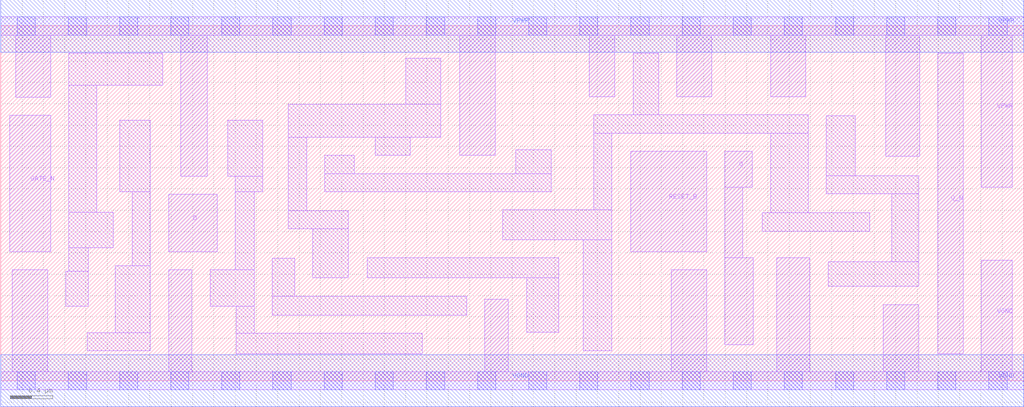
<source format=lef>
# Copyright 2020 The SkyWater PDK Authors
#
# Licensed under the Apache License, Version 2.0 (the "License");
# you may not use this file except in compliance with the License.
# You may obtain a copy of the License at
#
#     https://www.apache.org/licenses/LICENSE-2.0
#
# Unless required by applicable law or agreed to in writing, software
# distributed under the License is distributed on an "AS IS" BASIS,
# WITHOUT WARRANTIES OR CONDITIONS OF ANY KIND, either express or implied.
# See the License for the specific language governing permissions and
# limitations under the License.
#
# SPDX-License-Identifier: Apache-2.0

VERSION 5.7 ;
  NAMESCASESENSITIVE ON ;
  NOWIREEXTENSIONATPIN ON ;
  DIVIDERCHAR "/" ;
  BUSBITCHARS "[]" ;
UNITS
  DATABASE MICRONS 200 ;
END UNITS
MACRO sky130_fd_sc_lp__dlrbn_2
  CLASS CORE ;
  SOURCE USER ;
  FOREIGN sky130_fd_sc_lp__dlrbn_2 ;
  ORIGIN  0.000000  0.000000 ;
  SIZE  9.600000 BY  3.330000 ;
  SYMMETRY X Y R90 ;
  SITE unit ;
  PIN D
    ANTENNAGATEAREA  0.159000 ;
    DIRECTION INPUT ;
    USE SIGNAL ;
    PORT
      LAYER li1 ;
        RECT 1.575000 1.210000 2.030000 1.750000 ;
    END
  END D
  PIN Q
    ANTENNADIFFAREA  0.588000 ;
    DIRECTION OUTPUT ;
    USE SIGNAL ;
    PORT
      LAYER li1 ;
        RECT 6.795000 0.340000 7.065000 1.155000 ;
        RECT 6.795000 1.155000 6.965000 1.815000 ;
        RECT 6.795000 1.815000 7.055000 2.155000 ;
    END
  END Q
  PIN Q_N
    ANTENNADIFFAREA  0.588000 ;
    DIRECTION OUTPUT ;
    USE SIGNAL ;
    PORT
      LAYER li1 ;
        RECT 8.795000 0.255000 9.035000 3.075000 ;
    END
  END Q_N
  PIN RESET_B
    ANTENNAGATEAREA  0.315000 ;
    DIRECTION INPUT ;
    USE SIGNAL ;
    PORT
      LAYER li1 ;
        RECT 5.915000 1.210000 6.625000 2.155000 ;
    END
  END RESET_B
  PIN GATE_N
    ANTENNAGATEAREA  0.159000 ;
    DIRECTION INPUT ;
    USE CLOCK ;
    PORT
      LAYER li1 ;
        RECT 0.085000 1.210000 0.470000 2.490000 ;
    END
  END GATE_N
  PIN VGND
    DIRECTION INOUT ;
    USE GROUND ;
    PORT
      LAYER li1 ;
        RECT 0.000000 -0.085000 9.600000 0.085000 ;
        RECT 0.110000  0.085000 0.440000 1.040000 ;
        RECT 1.575000  0.085000 1.795000 1.040000 ;
        RECT 4.545000  0.085000 4.765000 0.765000 ;
        RECT 6.295000  0.085000 6.625000 1.040000 ;
        RECT 7.285000  0.085000 7.595000 1.155000 ;
        RECT 8.285000  0.085000 8.615000 0.715000 ;
        RECT 9.205000  0.085000 9.495000 1.130000 ;
      LAYER mcon ;
        RECT 0.155000 -0.085000 0.325000 0.085000 ;
        RECT 0.635000 -0.085000 0.805000 0.085000 ;
        RECT 1.115000 -0.085000 1.285000 0.085000 ;
        RECT 1.595000 -0.085000 1.765000 0.085000 ;
        RECT 2.075000 -0.085000 2.245000 0.085000 ;
        RECT 2.555000 -0.085000 2.725000 0.085000 ;
        RECT 3.035000 -0.085000 3.205000 0.085000 ;
        RECT 3.515000 -0.085000 3.685000 0.085000 ;
        RECT 3.995000 -0.085000 4.165000 0.085000 ;
        RECT 4.475000 -0.085000 4.645000 0.085000 ;
        RECT 4.955000 -0.085000 5.125000 0.085000 ;
        RECT 5.435000 -0.085000 5.605000 0.085000 ;
        RECT 5.915000 -0.085000 6.085000 0.085000 ;
        RECT 6.395000 -0.085000 6.565000 0.085000 ;
        RECT 6.875000 -0.085000 7.045000 0.085000 ;
        RECT 7.355000 -0.085000 7.525000 0.085000 ;
        RECT 7.835000 -0.085000 8.005000 0.085000 ;
        RECT 8.315000 -0.085000 8.485000 0.085000 ;
        RECT 8.795000 -0.085000 8.965000 0.085000 ;
        RECT 9.275000 -0.085000 9.445000 0.085000 ;
      LAYER met1 ;
        RECT 0.000000 -0.245000 9.600000 0.245000 ;
    END
  END VGND
  PIN VPWR
    DIRECTION INOUT ;
    USE POWER ;
    PORT
      LAYER li1 ;
        RECT 0.000000 3.245000 9.600000 3.415000 ;
        RECT 0.140000 2.660000 0.470000 3.245000 ;
        RECT 1.690000 1.920000 1.940000 3.245000 ;
        RECT 4.310000 2.115000 4.640000 3.245000 ;
        RECT 5.525000 2.665000 5.765000 3.245000 ;
        RECT 6.345000 2.665000 6.675000 3.245000 ;
        RECT 7.225000 2.665000 7.555000 3.245000 ;
        RECT 8.305000 2.105000 8.625000 3.245000 ;
        RECT 9.205000 1.815000 9.495000 3.245000 ;
      LAYER mcon ;
        RECT 0.155000 3.245000 0.325000 3.415000 ;
        RECT 0.635000 3.245000 0.805000 3.415000 ;
        RECT 1.115000 3.245000 1.285000 3.415000 ;
        RECT 1.595000 3.245000 1.765000 3.415000 ;
        RECT 2.075000 3.245000 2.245000 3.415000 ;
        RECT 2.555000 3.245000 2.725000 3.415000 ;
        RECT 3.035000 3.245000 3.205000 3.415000 ;
        RECT 3.515000 3.245000 3.685000 3.415000 ;
        RECT 3.995000 3.245000 4.165000 3.415000 ;
        RECT 4.475000 3.245000 4.645000 3.415000 ;
        RECT 4.955000 3.245000 5.125000 3.415000 ;
        RECT 5.435000 3.245000 5.605000 3.415000 ;
        RECT 5.915000 3.245000 6.085000 3.415000 ;
        RECT 6.395000 3.245000 6.565000 3.415000 ;
        RECT 6.875000 3.245000 7.045000 3.415000 ;
        RECT 7.355000 3.245000 7.525000 3.415000 ;
        RECT 7.835000 3.245000 8.005000 3.415000 ;
        RECT 8.315000 3.245000 8.485000 3.415000 ;
        RECT 8.795000 3.245000 8.965000 3.415000 ;
        RECT 9.275000 3.245000 9.445000 3.415000 ;
      LAYER met1 ;
        RECT 0.000000 3.085000 9.600000 3.575000 ;
    END
  END VPWR
  OBS
    LAYER li1 ;
      RECT 0.610000 0.700000 0.820000 1.030000 ;
      RECT 0.640000 1.030000 0.820000 1.250000 ;
      RECT 0.640000 1.250000 1.055000 1.580000 ;
      RECT 0.640000 1.580000 0.900000 2.775000 ;
      RECT 0.640000 2.775000 1.520000 3.075000 ;
      RECT 0.810000 0.280000 1.405000 0.450000 ;
      RECT 1.075000 0.450000 1.405000 1.080000 ;
      RECT 1.115000 1.775000 1.405000 2.445000 ;
      RECT 1.235000 1.080000 1.405000 1.775000 ;
      RECT 1.965000 0.700000 2.380000 1.040000 ;
      RECT 2.130000 1.920000 2.460000 2.445000 ;
      RECT 2.200000 1.040000 2.380000 1.775000 ;
      RECT 2.200000 1.775000 2.460000 1.920000 ;
      RECT 2.210000 0.255000 3.955000 0.445000 ;
      RECT 2.210000 0.445000 2.380000 0.700000 ;
      RECT 2.550000 0.615000 4.375000 0.795000 ;
      RECT 2.550000 0.795000 2.760000 1.150000 ;
      RECT 2.700000 1.425000 3.260000 1.595000 ;
      RECT 2.700000 1.595000 2.870000 2.285000 ;
      RECT 2.700000 2.285000 4.130000 2.595000 ;
      RECT 2.930000 0.965000 3.260000 1.425000 ;
      RECT 3.040000 1.775000 5.165000 1.945000 ;
      RECT 3.040000 1.945000 3.320000 2.115000 ;
      RECT 3.440000 0.965000 5.235000 1.155000 ;
      RECT 3.515000 2.115000 3.845000 2.285000 ;
      RECT 3.800000 2.595000 4.130000 3.025000 ;
      RECT 4.710000 1.325000 5.735000 1.605000 ;
      RECT 4.835000 1.945000 5.165000 2.170000 ;
      RECT 4.935000 0.455000 5.235000 0.965000 ;
      RECT 5.465000 0.280000 5.735000 1.325000 ;
      RECT 5.565000 1.605000 5.735000 2.325000 ;
      RECT 5.565000 2.325000 7.580000 2.495000 ;
      RECT 5.935000 2.495000 6.175000 3.075000 ;
      RECT 7.145000 1.405000 8.155000 1.575000 ;
      RECT 7.225000 1.575000 7.580000 2.325000 ;
      RECT 7.750000 1.755000 8.615000 1.925000 ;
      RECT 7.750000 1.925000 8.020000 2.485000 ;
      RECT 7.765000 0.885000 8.615000 1.115000 ;
      RECT 8.365000 1.115000 8.615000 1.755000 ;
  END
END sky130_fd_sc_lp__dlrbn_2

</source>
